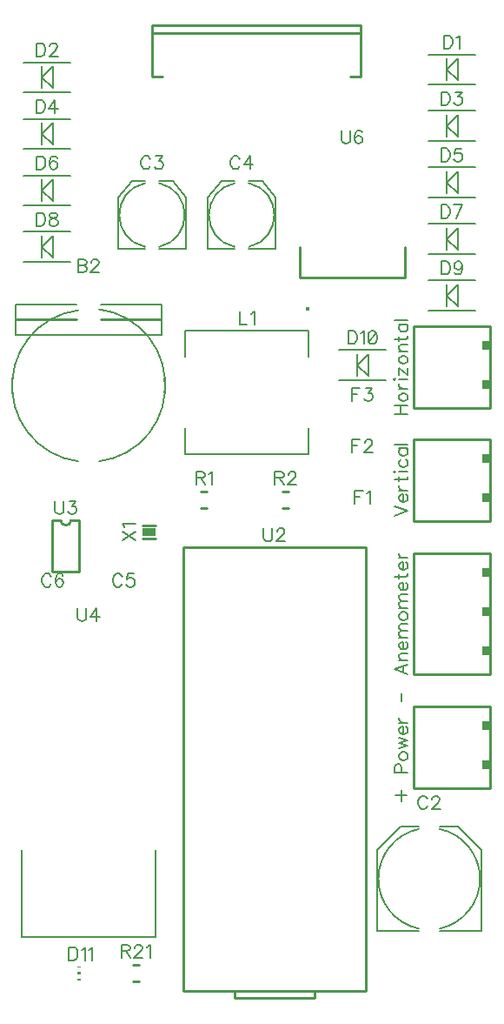
<source format=gto>
G04 DipTrace 3.3.1.3*
G04 SkyeTrackerV8.0.gto*
%MOIN*%
G04 #@! TF.FileFunction,Legend,Top*
G04 #@! TF.Part,Single*
%ADD10C,0.009843*%
%ADD16C,0.005*%
%ADD17C,0.01*%
%ADD19C,0.008*%
%ADD23C,0.006*%
%ADD38C,0.015399*%
%ADD88C,0.00772*%
%FSLAX26Y26*%
G04*
G70*
G90*
G75*
G01*
G04 TopSilk*
%LPD*%
X1067008Y2976812D2*
D16*
X507792D1*
X1067008D2*
Y3094897D1*
X507792Y2976812D2*
Y3035854D1*
Y3094897D1*
X740133D2*
X507792D1*
X740133Y3035854D2*
D17*
X507792D1*
X834667D2*
X1063074D1*
X1078810Y2811476D2*
D16*
G02X826799Y2492515I-285473J-33485D01*
G01*
X495990Y2748421D2*
G02X748001Y3071312I287421J35463D01*
G01*
X495990Y2815407D2*
G03X748001Y2492515I287421J-35463D01*
G01*
X1078810Y2752352D2*
G03X826799Y3075243I-287421J35463D01*
G01*
X1067008Y3094897D2*
X834667D1*
X2054444Y692218D2*
D19*
X1893010D1*
Y1003244D1*
X1983566Y1093803D1*
X2054444D1*
X2133152D2*
X2204030D1*
X2294585Y1003244D1*
Y692218D1*
X2133152D1*
Y702080D2*
G03X2133152Y1083941I-39329J190931D01*
G01*
X2054444Y702080D2*
G02X2054444Y1083941I39329J190931D01*
G01*
X901346Y3306398D2*
Y3503260D1*
X952535Y3566237D1*
X1110000D2*
X1161189Y3503260D1*
Y3306398D1*
X901346D2*
X1004296D1*
X1161189D2*
X1058239D1*
X952535Y3566237D2*
X1004296D1*
X1110000D2*
X1058239D1*
X1004296Y3314270D2*
G02X1004296Y3558365I25370J122047D01*
G01*
X1058239D2*
G02X1058239Y3314270I-27347J-122047D01*
G01*
X1245133Y3306398D2*
Y3503260D1*
X1296322Y3566237D1*
X1453786D2*
X1504975Y3503260D1*
Y3306398D1*
X1245133D2*
X1348082D1*
X1504975D2*
X1402025D1*
X1296322Y3566237D2*
X1348082D1*
X1453786D2*
X1402025D1*
X1348082Y3314270D2*
G02X1348082Y3558365I25370J122047D01*
G01*
X1402025D2*
G02X1402025Y3314270I-27347J-122047D01*
G01*
X2090452Y4051559D2*
D23*
X2270372D1*
X2090452Y3936598D2*
X2270372D1*
X2160728Y4035844D2*
Y3994079D1*
Y3952314D1*
X2202485D2*
X2160728Y3994079D1*
X2202485Y4035844D1*
Y3952314D1*
X538321Y4021357D2*
X718241D1*
X538321Y3906396D2*
X718241D1*
X608596Y4005642D2*
Y3963877D1*
Y3922111D1*
X650354D2*
X608596Y3963877D1*
X650354Y4005642D1*
Y3922111D1*
X2090452Y3835024D2*
X2270372D1*
X2090452Y3720063D2*
X2270372D1*
X2160728Y3819309D2*
Y3777543D1*
Y3735778D1*
X2202485D2*
X2160728Y3777543D1*
X2202485Y3819309D1*
Y3735778D1*
X538321Y3804822D2*
X718241D1*
X538321Y3689861D2*
X718241D1*
X608596Y3789106D2*
Y3747341D1*
Y3705576D1*
X650354D2*
X608596Y3747341D1*
X650354Y3789106D1*
Y3705576D1*
X2090452Y3618488D2*
X2270372D1*
X2090452Y3503528D2*
X2270372D1*
X2160728Y3602773D2*
Y3561008D1*
Y3519243D1*
X2202485D2*
X2160728Y3561008D1*
X2202485Y3602773D1*
Y3519243D1*
X538321Y3588286D2*
X718241D1*
X538321Y3473325D2*
X718241D1*
X608596Y3572571D2*
Y3530806D1*
Y3489041D1*
X650354D2*
X608596Y3530806D1*
X650354Y3572571D1*
Y3489041D1*
X2090452Y3401953D2*
X2270372D1*
X2090452Y3286992D2*
X2270372D1*
X2160728Y3386238D2*
Y3344472D1*
Y3302707D1*
X2202485D2*
X2160728Y3344472D1*
X2202485Y3386238D1*
Y3302707D1*
X538321Y3371751D2*
X718241D1*
X538321Y3256790D2*
X718241D1*
X608596Y3356036D2*
Y3314270D1*
Y3272505D1*
X650354D2*
X608596Y3314270D1*
X650354Y3356036D1*
Y3272505D1*
X2090452Y3185417D2*
X2270372D1*
X2090452Y3070457D2*
X2270372D1*
X2160728Y3169702D2*
Y3127937D1*
Y3086172D1*
X2202485D2*
X2160728Y3127937D1*
X2202485Y3169702D1*
Y3086172D1*
X1747932Y2918995D2*
X1927853D1*
X1747932Y2804034D2*
X1927853D1*
X1818208Y2903280D2*
Y2861514D1*
Y2819749D1*
X1859965D2*
X1818208Y2861514D1*
X1859965Y2903280D1*
Y2819749D1*
G36*
X756239Y504640D2*
X744429D1*
Y510545D1*
X756239D1*
Y504640D1*
G37*
G36*
Y551885D2*
X744429D1*
Y557790D1*
X756239D1*
Y551885D1*
G37*
G36*
Y525310D2*
X744429D1*
Y537120D1*
X756239D1*
Y525310D1*
G37*
X2326050Y1239152D2*
D10*
Y1554625D1*
X2034724D1*
Y1239152D1*
X2326050D1*
G36*
X2297559Y1314014D2*
X2329052D1*
Y1345687D1*
X2297559D1*
Y1314014D1*
G37*
G36*
Y1464116D2*
X2329052D1*
Y1495347D1*
X2297559D1*
Y1464116D1*
G37*
X2326069Y2262774D2*
D10*
Y2578247D1*
X2034743D1*
Y2262774D1*
X2326069D1*
G36*
X2297578Y2337636D2*
X2329071D1*
Y2369309D1*
X2297578D1*
Y2337636D1*
G37*
G36*
Y2487738D2*
X2329071D1*
Y2518969D1*
X2297578D1*
Y2487738D1*
G37*
X2326069Y2695845D2*
D10*
Y3011318D1*
X2034743D1*
Y2695845D1*
X2326069D1*
G36*
X2297578Y2770707D2*
X2329071D1*
Y2802380D1*
X2297578D1*
Y2770707D1*
G37*
G36*
Y2920809D2*
X2329071D1*
Y2952040D1*
X2297578D1*
Y2920809D1*
G37*
X1630893Y2894260D2*
D19*
Y2992669D1*
X1158433D1*
Y2894260D1*
Y2618638D2*
Y2520228D1*
X1630893D1*
Y2618638D1*
X1218371Y2312441D2*
D10*
X1241930D1*
X1218371Y2375370D2*
X1241930D1*
X1555329D2*
X1531770D1*
X1555329Y2312441D2*
X1531770D1*
X955844Y499751D2*
X979403D1*
X955844Y562680D2*
X979403D1*
X1850035Y2162621D2*
X1150035D1*
X1850035Y462703D2*
X1150035D1*
X1850035Y2162621D2*
Y462703D1*
X1150035Y2162621D2*
Y462703D1*
X1346525Y462184D2*
Y435062D1*
X1653545D1*
Y462703D1*
X648833Y2267322D2*
Y2070468D1*
X751209Y2267322D2*
Y2070468D1*
X648833D2*
X751209D1*
X680327Y2267322D2*
X648833D1*
X719715D2*
X751209D1*
X680327D2*
G03X719715Y2267322I19694J9D01*
G01*
X1043749Y1004371D2*
D16*
Y669753D1*
X531978D1*
Y1004371D1*
X1031688Y3966117D2*
D10*
Y4162930D1*
X1790916Y3966117D2*
X1830858D1*
Y4162930D1*
X1031688D2*
X1830858D1*
X1031688Y3966117D2*
X1071630D1*
X1031688Y4134229D2*
X1828857D1*
X1597748Y3198112D2*
X1999296D1*
X1597748D2*
Y3312292D1*
X1999296Y3198112D2*
Y3312292D1*
D38*
X1626231Y3075357D3*
G36*
X1044355Y2237402D2*
X993178D1*
Y2205906D1*
X1044355D1*
Y2237402D1*
G37*
Y2245276D2*
D10*
X993178D1*
X1044355Y2198031D2*
X993178D1*
X2326069Y1675963D2*
Y2141436D1*
X2034743D1*
Y1675963D1*
X2326069D1*
G36*
X2297578Y1750811D2*
X2329071D1*
Y1782463D1*
X2297578D1*
Y1750811D1*
G37*
G36*
Y1900926D2*
X2329071D1*
Y1932159D1*
X2297578D1*
Y1900926D1*
G37*
G36*
Y2050994D2*
X2329071D1*
Y2082460D1*
X2297578D1*
Y2050994D1*
G37*
X746187Y3266551D2*
D88*
Y3216311D1*
X767742D1*
X774927Y3218743D1*
X777304Y3221120D1*
X779681Y3225873D1*
Y3233058D1*
X777304Y3237866D1*
X774927Y3240243D1*
X767742Y3242619D1*
X774927Y3245051D1*
X777304Y3247428D1*
X779681Y3252181D1*
Y3256990D1*
X777304Y3261743D1*
X774927Y3264175D1*
X767742Y3266551D1*
X746187D1*
Y3242619D2*
X767742D1*
X797552Y3254558D2*
Y3256934D1*
X799928Y3261743D1*
X802305Y3264119D1*
X807113Y3266496D1*
X816675D1*
X821428Y3264119D1*
X823805Y3261743D1*
X826237Y3256934D1*
Y3252181D1*
X823805Y3247373D1*
X819052Y3240243D1*
X795120Y3216311D1*
X828613D1*
X2087267Y1198390D2*
X2084890Y1203143D1*
X2080082Y1207951D1*
X2075328Y1210328D1*
X2065767D1*
X2060958Y1207951D1*
X2056205Y1203143D1*
X2053773Y1198390D1*
X2051397Y1191205D1*
Y1179211D1*
X2053773Y1172082D1*
X2056205Y1167273D1*
X2060958Y1162520D1*
X2065767Y1160088D1*
X2075328D1*
X2080082Y1162520D1*
X2084890Y1167273D1*
X2087267Y1172082D1*
X2105138Y1198335D2*
Y1200711D1*
X2107514Y1205520D1*
X2109891Y1207896D1*
X2114699Y1210273D1*
X2124261D1*
X2129014Y1207896D1*
X2131391Y1205520D1*
X2133823Y1200711D1*
Y1195958D1*
X2131391Y1191150D1*
X2126638Y1184020D1*
X2102706Y1160088D1*
X2136199D1*
X1024736Y3650161D2*
X1022360Y3654915D1*
X1017551Y3659723D1*
X1012798Y3662100D1*
X1003237D1*
X998428Y3659723D1*
X993675Y3654915D1*
X991243Y3650161D1*
X988866Y3642976D1*
Y3630983D1*
X991243Y3623853D1*
X993675Y3619045D1*
X998428Y3614292D1*
X1003237Y3611860D1*
X1012798D1*
X1017551Y3614292D1*
X1022360Y3619045D1*
X1024736Y3623853D1*
X1044984Y3662044D2*
X1071237D1*
X1056922Y3642921D1*
X1064107D1*
X1068861Y3640545D1*
X1071237Y3638168D1*
X1073669Y3630983D1*
Y3626230D1*
X1071237Y3619045D1*
X1066484Y3614236D1*
X1059299Y3611860D1*
X1052114D1*
X1044984Y3614236D1*
X1042607Y3616668D1*
X1040176Y3621421D1*
X1367334Y3650161D2*
X1364958Y3654915D1*
X1360149Y3659723D1*
X1355396Y3662100D1*
X1345834D1*
X1341026Y3659723D1*
X1336273Y3654915D1*
X1333841Y3650161D1*
X1331464Y3642976D1*
Y3630983D1*
X1333841Y3623853D1*
X1336273Y3619045D1*
X1341026Y3614292D1*
X1345834Y3611860D1*
X1355396D1*
X1360149Y3614292D1*
X1364958Y3619045D1*
X1367334Y3623853D1*
X1406705Y3611860D2*
Y3662044D1*
X1382773Y3628606D1*
X1418643D1*
X916264Y2049836D2*
X913887Y2054589D1*
X909079Y2059398D1*
X904326Y2061774D1*
X894764D1*
X889956Y2059398D1*
X885202Y2054589D1*
X882771Y2049836D1*
X880394Y2042651D1*
Y2030658D1*
X882771Y2023528D1*
X885202Y2018719D1*
X889956Y2013966D1*
X894764Y2011534D1*
X904326D1*
X909079Y2013966D1*
X913887Y2018719D1*
X916264Y2023528D1*
X960388Y2061719D2*
X936512D1*
X934135Y2040219D1*
X936512Y2042596D1*
X943697Y2045028D1*
X950826D1*
X958011Y2042596D1*
X962820Y2037843D1*
X965197Y2030658D1*
Y2025904D1*
X962820Y2018719D1*
X958011Y2013911D1*
X950826Y2011534D1*
X943697D1*
X936512Y2013911D1*
X934135Y2016343D1*
X931703Y2021096D1*
X644662Y2049836D2*
X642286Y2054589D1*
X637477Y2059398D1*
X632724Y2061774D1*
X623162D1*
X618354Y2059398D1*
X613601Y2054589D1*
X611169Y2049836D1*
X608792Y2042651D1*
Y2030658D1*
X611169Y2023528D1*
X613601Y2018719D1*
X618354Y2013966D1*
X623162Y2011534D1*
X632724D1*
X637477Y2013966D1*
X642286Y2018719D1*
X644662Y2023528D1*
X688786Y2054589D2*
X686410Y2059342D1*
X679225Y2061719D1*
X674472D1*
X667287Y2059342D1*
X662478Y2052157D1*
X660102Y2040219D1*
Y2028281D1*
X662478Y2018719D1*
X667287Y2013911D1*
X674472Y2011534D1*
X676848D1*
X683978Y2013911D1*
X688786Y2018719D1*
X691163Y2025904D1*
Y2028281D1*
X688786Y2035466D1*
X683978Y2040219D1*
X676848Y2042596D1*
X674472D1*
X667287Y2040219D1*
X662478Y2035466D1*
X660102Y2028281D1*
X2149949Y4124782D2*
Y4074542D1*
X2166696D1*
X2173881Y4076974D1*
X2178689Y4081727D1*
X2181066Y4086536D1*
X2183442Y4093665D1*
Y4105659D1*
X2181066Y4112844D1*
X2178689Y4117597D1*
X2173881Y4122406D1*
X2166696Y4124782D1*
X2149949D1*
X2198882Y4115165D2*
X2203690Y4117597D1*
X2210875Y4124727D1*
Y4074542D1*
X587068Y4094580D2*
Y4044340D1*
X603815D1*
X611000Y4046772D1*
X615808Y4051525D1*
X618185Y4056334D1*
X620561Y4063463D1*
Y4075457D1*
X618185Y4082642D1*
X615808Y4087395D1*
X611000Y4092203D1*
X603815Y4094580D1*
X587068D1*
X638432Y4082587D2*
Y4084963D1*
X640809Y4089772D1*
X643186Y4092148D1*
X647994Y4094525D1*
X657556D1*
X662309Y4092148D1*
X664685Y4089772D1*
X667117Y4084963D1*
Y4080210D1*
X664685Y4075402D1*
X659932Y4068272D1*
X636000Y4044340D1*
X669494D1*
X2139199Y3908247D2*
Y3858007D1*
X2155946D1*
X2163131Y3860439D1*
X2167939Y3865192D1*
X2170316Y3870000D1*
X2172692Y3877130D1*
Y3889123D1*
X2170316Y3896308D1*
X2167939Y3901062D1*
X2163131Y3905870D1*
X2155946Y3908247D1*
X2139199D1*
X2192940Y3908191D2*
X2219193D1*
X2204878Y3889068D1*
X2212063D1*
X2216817Y3886692D1*
X2219193Y3884315D1*
X2221625Y3877130D1*
Y3872377D1*
X2219193Y3865192D1*
X2214440Y3860383D1*
X2207255Y3858007D1*
X2200070D1*
X2192940Y3860383D1*
X2190564Y3862815D1*
X2188132Y3867568D1*
X585880Y3878045D2*
Y3827805D1*
X602626D1*
X609811Y3830236D1*
X614620Y3834990D1*
X616996Y3839798D1*
X619373Y3846928D1*
Y3858921D1*
X616996Y3866106D1*
X614620Y3870860D1*
X609811Y3875668D1*
X602626Y3878045D1*
X585880D1*
X658744Y3827805D2*
Y3877989D1*
X634812Y3844551D1*
X670682D1*
X2139199Y3691711D2*
Y3641471D1*
X2155946D1*
X2163131Y3643903D1*
X2167939Y3648656D1*
X2170316Y3653465D1*
X2172692Y3660595D1*
Y3672588D1*
X2170316Y3679773D1*
X2167939Y3684526D1*
X2163131Y3689335D1*
X2155946Y3691711D1*
X2139199D1*
X2216817Y3691656D2*
X2192940D1*
X2190564Y3670156D1*
X2192940Y3672533D1*
X2200125Y3674965D1*
X2207255D1*
X2214440Y3672533D1*
X2219248Y3667780D1*
X2221625Y3660595D1*
Y3655841D1*
X2219248Y3648656D1*
X2214440Y3643848D1*
X2207255Y3641471D1*
X2200125D1*
X2192940Y3643848D1*
X2190564Y3646280D1*
X2188132Y3651033D1*
X588284Y3661509D2*
Y3611269D1*
X605030D1*
X612216Y3613701D1*
X617024Y3618454D1*
X619401Y3623263D1*
X621777Y3630392D1*
Y3642386D1*
X619401Y3649571D1*
X617024Y3654324D1*
X612216Y3659133D1*
X605030Y3661509D1*
X588284D1*
X665901Y3654324D2*
X663525Y3659077D1*
X656340Y3661454D1*
X651586D1*
X644401Y3659077D1*
X639593Y3651892D1*
X637216Y3639954D1*
Y3628016D1*
X639593Y3618454D1*
X644401Y3613646D1*
X651586Y3611269D1*
X653963D1*
X661093Y3613646D1*
X665901Y3618454D1*
X668278Y3625639D1*
Y3628016D1*
X665901Y3635201D1*
X661093Y3639954D1*
X653963Y3642331D1*
X651586D1*
X644401Y3639954D1*
X639593Y3635201D1*
X637216Y3628016D1*
X2139199Y3475176D2*
Y3424936D1*
X2155946D1*
X2163131Y3427368D1*
X2167939Y3432121D1*
X2170316Y3436929D1*
X2172692Y3444059D1*
Y3456053D1*
X2170316Y3463238D1*
X2167939Y3467991D1*
X2163131Y3472799D1*
X2155946Y3475176D1*
X2139199D1*
X2197693Y3424936D2*
X2221625Y3475121D1*
X2188132D1*
X587096Y3444974D2*
Y3394734D1*
X603842D1*
X611027Y3397166D1*
X615836Y3401919D1*
X618212Y3406727D1*
X620589Y3413857D1*
Y3425850D1*
X618212Y3433036D1*
X615836Y3437789D1*
X611027Y3442597D1*
X603842Y3444974D1*
X587096D1*
X647966Y3444918D2*
X640837Y3442542D1*
X638405Y3437789D1*
Y3432980D1*
X640837Y3428227D1*
X645590Y3425795D1*
X655151Y3423419D1*
X662336Y3421042D1*
X667090Y3416234D1*
X669466Y3411480D1*
Y3404295D1*
X667090Y3399542D1*
X664713Y3397110D1*
X657528Y3394734D1*
X647966D1*
X640837Y3397110D1*
X638405Y3399542D1*
X636028Y3404295D1*
Y3411480D1*
X638405Y3416234D1*
X643213Y3421042D1*
X650343Y3423419D1*
X659905Y3425795D1*
X664713Y3428227D1*
X667090Y3432980D1*
Y3437789D1*
X664713Y3442542D1*
X657528Y3444918D1*
X647966D1*
X2140387Y3258640D2*
Y3208400D1*
X2157134D1*
X2164319Y3210832D1*
X2169128Y3215585D1*
X2171504Y3220394D1*
X2173881Y3227524D1*
Y3239517D1*
X2171504Y3246702D1*
X2169128Y3251455D1*
X2164319Y3256264D1*
X2157134Y3258640D1*
X2140387D1*
X2220437Y3241894D2*
X2218005Y3234709D1*
X2213252Y3229900D1*
X2206067Y3227524D1*
X2203690D1*
X2196505Y3229900D1*
X2191752Y3234709D1*
X2189320Y3241894D1*
Y3244270D1*
X2191752Y3251455D1*
X2196505Y3256209D1*
X2203690Y3258585D1*
X2206067D1*
X2213252Y3256209D1*
X2218005Y3251455D1*
X2220437Y3241894D1*
Y3229900D1*
X2218005Y3217962D1*
X2213252Y3210777D1*
X2206067Y3208400D1*
X2201313D1*
X2194128Y3210777D1*
X2191752Y3215585D1*
X1782963Y2992218D2*
Y2941978D1*
X1799710D1*
X1806895Y2944410D1*
X1811703Y2949163D1*
X1814080Y2953971D1*
X1816456Y2961101D1*
Y2973095D1*
X1814080Y2980280D1*
X1811703Y2985033D1*
X1806895Y2989841D1*
X1799710Y2992218D1*
X1782963D1*
X1831896Y2982601D2*
X1836704Y2985033D1*
X1843889Y2992163D1*
Y2941978D1*
X1873698Y2992163D2*
X1866513Y2989786D1*
X1861705Y2982601D1*
X1859328Y2970663D1*
Y2963478D1*
X1861705Y2951539D1*
X1866513Y2944354D1*
X1873698Y2941978D1*
X1878452D1*
X1885637Y2944354D1*
X1890390Y2951539D1*
X1892822Y2963478D1*
Y2970663D1*
X1890390Y2982601D1*
X1885637Y2989786D1*
X1878452Y2992163D1*
X1873698D1*
X1890390Y2982601D2*
X1861705Y2951539D1*
X712059Y631013D2*
Y580773D1*
X728806D1*
X735991Y583205D1*
X740800Y587958D1*
X743176Y592767D1*
X745553Y599896D1*
Y611890D1*
X743176Y619075D1*
X740800Y623828D1*
X735991Y628637D1*
X728806Y631013D1*
X712059D1*
X760992Y621396D2*
X765800Y623828D1*
X772986Y630958D1*
Y580773D1*
X788425Y621396D2*
X793233Y623828D1*
X800418Y630958D1*
Y580773D1*
X1839734Y2379619D2*
X1808618D1*
Y2329379D1*
Y2355688D2*
X1827741D1*
X1855174Y2370003D2*
X1859982Y2372434D1*
X1867167Y2379564D1*
Y2329379D1*
X1828984Y2576470D2*
X1797868D1*
Y2526230D1*
Y2552538D2*
X1816991D1*
X1846856Y2564476D2*
Y2566853D1*
X1849232Y2571661D1*
X1851609Y2574038D1*
X1856417Y2576415D1*
X1865979D1*
X1870732Y2574038D1*
X1873109Y2571661D1*
X1875540Y2566853D1*
Y2562100D1*
X1873109Y2557291D1*
X1868355Y2550161D1*
X1844424Y2526230D1*
X1877917D1*
X1828984Y2773320D2*
X1797868D1*
Y2723080D1*
Y2749388D2*
X1816991D1*
X1849232Y2773265D2*
X1875485D1*
X1861170Y2754142D1*
X1868355D1*
X1873109Y2751765D1*
X1875485Y2749388D1*
X1877917Y2742203D1*
Y2737450D1*
X1875485Y2730265D1*
X1870732Y2725457D1*
X1863547Y2723080D1*
X1856362D1*
X1849232Y2725457D1*
X1846856Y2727889D1*
X1844424Y2732642D1*
X1965122Y1212765D2*
X2008177D1*
X1986677Y1191265D2*
Y1234320D1*
X1987810Y1298360D2*
Y1319915D1*
X1985433Y1327045D1*
X1983001Y1329477D1*
X1978248Y1331853D1*
X1971063D1*
X1966310Y1329477D1*
X1963878Y1327045D1*
X1961501Y1319915D1*
Y1298360D1*
X2011741D1*
X1978248Y1359231D2*
X1980625Y1354478D1*
X1985433Y1349669D1*
X1992618Y1347293D1*
X1997371D1*
X2004556Y1349669D1*
X2009309Y1354478D1*
X2011741Y1359231D1*
Y1366416D1*
X2009309Y1371224D1*
X2004556Y1375978D1*
X1997371Y1378409D1*
X1992618D1*
X1985433Y1375978D1*
X1980625Y1371224D1*
X1978248Y1366416D1*
Y1359231D1*
Y1393849D2*
X2011741Y1403410D1*
X1978248Y1412972D1*
X2011741Y1422534D1*
X1978248Y1432095D1*
X1992618Y1447534D2*
Y1476219D1*
X1987810D1*
X1983001Y1473843D1*
X1980625Y1471466D1*
X1978248Y1466658D1*
Y1459473D1*
X1980625Y1454719D1*
X1985433Y1449911D1*
X1992618Y1447534D1*
X1997371D1*
X2004556Y1449911D1*
X2009309Y1454719D1*
X2011741Y1459473D1*
Y1466658D1*
X2009309Y1471466D1*
X2004556Y1476219D1*
X1978248Y1491659D2*
X2011741D1*
X1992618D2*
X1985433Y1494090D1*
X1980625Y1498844D1*
X1978248Y1503652D1*
Y1510837D1*
X1986649Y1574877D2*
Y1602512D1*
X1961520Y2282740D2*
X2011760Y2301863D1*
X1961520Y2320986D1*
X1992637Y2336426D2*
Y2365110D1*
X1987828D1*
X1983020Y2362734D1*
X1980643Y2360357D1*
X1978266Y2355549D1*
Y2348364D1*
X1980643Y2343611D1*
X1985451Y2338802D1*
X1992637Y2336426D1*
X1997390D1*
X2004575Y2338802D1*
X2009328Y2343611D1*
X2011760Y2348364D1*
Y2355549D1*
X2009328Y2360357D1*
X2004575Y2365110D1*
X1978266Y2380550D2*
X2011760D1*
X1992636D2*
X1985451Y2382982D1*
X1980643Y2387735D1*
X1978266Y2392543D1*
Y2399728D1*
X1961520Y2422353D2*
X2002198D1*
X2009328Y2424729D1*
X2011760Y2429538D1*
Y2434291D1*
X1978266Y2415167D2*
Y2431914D1*
X1961520Y2449730D2*
X1963896Y2452107D1*
X1961520Y2454538D1*
X1959088Y2452107D1*
X1961520Y2449730D1*
X1978266Y2452107D2*
X2011760D1*
X1985451Y2498718D2*
X1980643Y2493909D1*
X1978266Y2489101D1*
Y2481971D1*
X1980643Y2477163D1*
X1985451Y2472410D1*
X1992636Y2469978D1*
X1997390D1*
X2004575Y2472410D1*
X2009328Y2477163D1*
X2011760Y2481971D1*
Y2489101D1*
X2009328Y2493909D1*
X2004575Y2498718D1*
X1978266Y2542842D2*
X2011760D1*
X1985451D2*
X1980643Y2538089D1*
X1978266Y2533280D1*
Y2526151D1*
X1980643Y2521342D1*
X1985451Y2516589D1*
X1992636Y2514157D1*
X1997390D1*
X2004575Y2516589D1*
X2009328Y2521342D1*
X2011760Y2526151D1*
Y2533280D1*
X2009328Y2538089D1*
X2004575Y2542842D1*
X1961520Y2558281D2*
X2011760D1*
X1961520Y2674036D2*
X2011760D1*
X1961520Y2707529D2*
X2011760D1*
X1985451Y2674036D2*
Y2707529D1*
X1978266Y2734906D2*
X1980643Y2730153D1*
X1985451Y2725345D1*
X1992637Y2722968D1*
X1997390D1*
X2004575Y2725345D1*
X2009328Y2730153D1*
X2011760Y2734906D1*
Y2742091D1*
X2009328Y2746900D1*
X2004575Y2751653D1*
X1997390Y2754085D1*
X1992637D1*
X1985451Y2751653D1*
X1980643Y2746900D1*
X1978266Y2742091D1*
Y2734906D1*
Y2769524D2*
X2011760D1*
X1992636D2*
X1985451Y2771956D1*
X1980643Y2776709D1*
X1978266Y2781518D1*
Y2788703D1*
X1961520Y2804142D2*
X1963896Y2806518D1*
X1961520Y2808950D1*
X1959088Y2806518D1*
X1961520Y2804142D1*
X1978266Y2806518D2*
X2011760D1*
X1978266Y2824390D2*
Y2850698D1*
X2011760Y2824390D1*
Y2850698D1*
X1978266Y2878075D2*
X1980643Y2873322D1*
X1985451Y2868514D1*
X1992636Y2866137D1*
X1997390D1*
X2004575Y2868514D1*
X2009328Y2873322D1*
X2011760Y2878075D1*
Y2885260D1*
X2009328Y2890069D1*
X2004575Y2894822D1*
X1997390Y2897254D1*
X1992636D1*
X1985451Y2894822D1*
X1980643Y2890069D1*
X1978266Y2885260D1*
Y2878075D1*
Y2912693D2*
X2011760D1*
X1987828D2*
X1980643Y2919878D1*
X1978266Y2924687D1*
Y2931816D1*
X1980643Y2936625D1*
X1987828Y2939001D1*
X2011760D1*
X1961520Y2961626D2*
X2002198D1*
X2009328Y2964002D1*
X2011760Y2968811D1*
Y2973564D1*
X1978266Y2954441D2*
Y2971187D1*
Y3017688D2*
X2011760D1*
X1985451D2*
X1980643Y3012935D1*
X1978266Y3008126D1*
Y3000997D1*
X1980643Y2996188D1*
X1985451Y2991435D1*
X1992636Y2989003D1*
X1997390D1*
X2004575Y2991435D1*
X2009328Y2996188D1*
X2011760Y3000997D1*
Y3008126D1*
X2009328Y3012935D1*
X2004575Y3017688D1*
X1961520Y3033127D2*
X2011760D1*
X1366604Y3065892D2*
Y3015652D1*
X1395289D1*
X1410728Y3056275D2*
X1415537Y3058707D1*
X1422722Y3065837D1*
Y3015652D1*
X1199688Y2428630D2*
X1221188D1*
X1228373Y2431062D1*
X1230805Y2433438D1*
X1233181Y2438192D1*
Y2443000D1*
X1230805Y2447753D1*
X1228373Y2450185D1*
X1221188Y2452562D1*
X1199688D1*
Y2402322D1*
X1216435Y2428630D2*
X1233181Y2402322D1*
X1248620Y2442945D2*
X1253429Y2445377D1*
X1260614Y2452506D1*
Y2402322D1*
X1502337Y2428630D2*
X1523837D1*
X1531022Y2431062D1*
X1533454Y2433438D1*
X1535830Y2438192D1*
Y2443000D1*
X1533454Y2447753D1*
X1531022Y2450185D1*
X1523837Y2452562D1*
X1502337D1*
Y2402322D1*
X1519084Y2428630D2*
X1535830Y2402322D1*
X1553701Y2440568D2*
Y2442945D1*
X1556078Y2447753D1*
X1558455Y2450130D1*
X1563263Y2452506D1*
X1572825D1*
X1577578Y2450130D1*
X1579954Y2447753D1*
X1582386Y2442945D1*
Y2438192D1*
X1579954Y2433383D1*
X1575201Y2426253D1*
X1551269Y2402322D1*
X1584763D1*
X912694Y615940D2*
X934194D1*
X941379Y618372D1*
X943811Y620748D1*
X946187Y625501D1*
Y630310D1*
X943811Y635063D1*
X941379Y637495D1*
X934194Y639871D1*
X912694D1*
Y589631D1*
X929441Y615940D2*
X946187Y589631D1*
X964058Y627878D2*
Y630254D1*
X966435Y635063D1*
X968812Y637440D1*
X973620Y639816D1*
X983182D1*
X987935Y637440D1*
X990312Y635063D1*
X992743Y630254D1*
Y625501D1*
X990312Y620693D1*
X985558Y613563D1*
X961627Y589631D1*
X995120D1*
X1010559Y630254D2*
X1015368Y632686D1*
X1022553Y639816D1*
Y589631D1*
X1458822Y2235844D2*
Y2199974D1*
X1461199Y2192789D1*
X1466008Y2188036D1*
X1473193Y2185604D1*
X1477946D1*
X1485131Y2188036D1*
X1489939Y2192789D1*
X1492316Y2199974D1*
Y2235844D1*
X1510187Y2223850D2*
Y2226227D1*
X1512564Y2231035D1*
X1514940Y2233412D1*
X1519749Y2235789D1*
X1529310D1*
X1534063Y2233412D1*
X1536440Y2231035D1*
X1538872Y2226227D1*
Y2221474D1*
X1536440Y2216665D1*
X1531687Y2209536D1*
X1507755Y2185604D1*
X1541248D1*
X658808Y2340545D2*
Y2304675D1*
X661185Y2297490D1*
X665993Y2292737D1*
X673178Y2290305D1*
X677931D1*
X685116Y2292737D1*
X689925Y2297490D1*
X692301Y2304675D1*
Y2340545D1*
X712549Y2340490D2*
X738802D1*
X724487Y2321367D1*
X731672D1*
X736426Y2318990D1*
X738802Y2316614D1*
X741234Y2309429D1*
Y2304675D1*
X738802Y2297490D1*
X734049Y2292682D1*
X726864Y2290305D1*
X719679D1*
X712549Y2292682D1*
X710172Y2295114D1*
X707741Y2299867D1*
X745462Y1929984D2*
Y1894114D1*
X747839Y1886929D1*
X752647Y1882176D1*
X759832Y1879744D1*
X764586D1*
X771771Y1882176D1*
X776579Y1886929D1*
X778956Y1894114D1*
Y1929984D1*
X818327Y1879744D2*
Y1929929D1*
X794395Y1896491D1*
X830265D1*
X1758525Y3759541D2*
Y3723671D1*
X1760902Y3716486D1*
X1765710Y3711733D1*
X1772895Y3709301D1*
X1777649D1*
X1784834Y3711733D1*
X1789642Y3716486D1*
X1792019Y3723671D1*
Y3759541D1*
X1836143Y3752356D2*
X1833766Y3757109D1*
X1826581Y3759485D1*
X1821828D1*
X1814643Y3757109D1*
X1809834Y3749924D1*
X1807458Y3737986D1*
Y3726047D1*
X1809834Y3716486D1*
X1814643Y3711677D1*
X1821828Y3709301D1*
X1824205D1*
X1831334Y3711677D1*
X1836143Y3716486D1*
X1838519Y3723671D1*
Y3726047D1*
X1836143Y3733232D1*
X1831334Y3737986D1*
X1824205Y3740362D1*
X1821828D1*
X1814643Y3737986D1*
X1809834Y3733232D1*
X1807458Y3726047D1*
X916016Y2191191D2*
X966256Y2224684D1*
X916016D2*
X966256Y2191191D1*
X925633Y2240123D2*
X923201Y2244932D1*
X916071Y2252117D1*
X966256D1*
X2011760Y1714811D2*
X1961520Y1695633D1*
X2011760Y1676509D1*
X1995013Y1683695D2*
Y1707626D1*
X1978266Y1730250D2*
X2011760D1*
X1987828D2*
X1980643Y1737435D1*
X1978266Y1742244D1*
Y1749374D1*
X1980643Y1754182D1*
X1987828Y1756559D1*
X2011760D1*
X1992636Y1771998D2*
Y1800683D1*
X1987828D1*
X1983020Y1798306D1*
X1980643Y1795930D1*
X1978266Y1791121D1*
Y1783936D1*
X1980643Y1779183D1*
X1985451Y1774375D1*
X1992636Y1771998D1*
X1997390D1*
X2004575Y1774375D1*
X2009328Y1779183D1*
X2011760Y1783936D1*
Y1791121D1*
X2009328Y1795930D1*
X2004575Y1800683D1*
X1978266Y1816122D2*
X2011760D1*
X1987828D2*
X1980643Y1823307D1*
X1978266Y1828116D1*
Y1835245D1*
X1980643Y1840054D1*
X1987828Y1842430D1*
X2011760D1*
X1987828D2*
X1980643Y1849615D1*
X1978266Y1854424D1*
Y1861554D1*
X1980643Y1866362D1*
X1987828Y1868794D1*
X2011760D1*
X1978266Y1896171D2*
X1980643Y1891418D1*
X1985451Y1886610D1*
X1992636Y1884233D1*
X1997390D1*
X2004575Y1886610D1*
X2009328Y1891418D1*
X2011760Y1896171D1*
Y1903356D1*
X2009328Y1908165D1*
X2004575Y1912918D1*
X1997390Y1915350D1*
X1992636D1*
X1985451Y1912918D1*
X1980643Y1908165D1*
X1978266Y1903356D1*
Y1896171D1*
Y1930789D2*
X2011760D1*
X1987828D2*
X1980643Y1937974D1*
X1978266Y1942783D1*
Y1949912D1*
X1980643Y1954721D1*
X1987828Y1957097D1*
X2011760D1*
X1987828D2*
X1980643Y1964283D1*
X1978266Y1969091D1*
Y1976221D1*
X1980643Y1981029D1*
X1987828Y1983461D1*
X2011760D1*
X1992636Y1998900D2*
Y2027585D1*
X1987828D1*
X1983020Y2025209D1*
X1980643Y2022832D1*
X1978266Y2018024D1*
Y2010839D1*
X1980643Y2006085D1*
X1985451Y2001277D1*
X1992636Y1998900D1*
X1997390D1*
X2004575Y2001277D1*
X2009328Y2006085D1*
X2011760Y2010839D1*
Y2018024D1*
X2009328Y2022832D1*
X2004575Y2027585D1*
X1961520Y2050209D2*
X2002198D1*
X2009328Y2052586D1*
X2011760Y2057395D1*
Y2062148D1*
X1978266Y2043024D2*
Y2059771D1*
X1992636Y2077587D2*
Y2106272D1*
X1987828D1*
X1983020Y2103895D1*
X1980643Y2101519D1*
X1978266Y2096710D1*
Y2089525D1*
X1980643Y2084772D1*
X1985451Y2079964D1*
X1992636Y2077587D1*
X1997390D1*
X2004575Y2079964D1*
X2009328Y2084772D1*
X2011760Y2089525D1*
Y2096710D1*
X2009328Y2101519D1*
X2004575Y2106272D1*
X1978266Y2121711D2*
X2011760D1*
X1992636D2*
X1985451Y2124143D1*
X1980643Y2128896D1*
X1978266Y2133705D1*
Y2140890D1*
M02*

</source>
